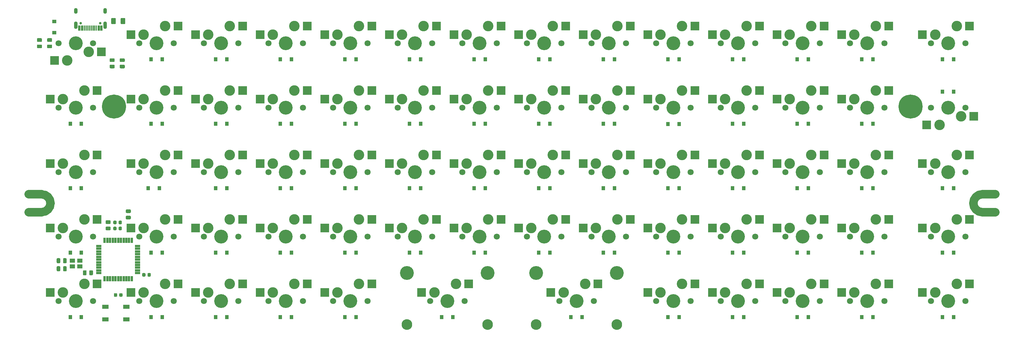
<source format=gbr>
%TF.GenerationSoftware,KiCad,Pcbnew,(5.1.6)-1*%
%TF.CreationDate,2020-08-12T01:23:20+02:00*%
%TF.ProjectId,boardswap,626f6172-6473-4776-9170-2e6b69636164,rev?*%
%TF.SameCoordinates,Original*%
%TF.FileFunction,Soldermask,Bot*%
%TF.FilePolarity,Negative*%
%FSLAX46Y46*%
G04 Gerber Fmt 4.6, Leading zero omitted, Abs format (unit mm)*
G04 Created by KiCad (PCBNEW (5.1.6)-1) date 2020-08-12 01:23:20*
%MOMM*%
%LPD*%
G01*
G04 APERTURE LIST*
%ADD10C,2.501900*%
%ADD11R,2.650000X2.600000*%
%ADD12C,1.801800*%
%ADD13C,4.087800*%
%ADD14C,3.100000*%
%ADD15C,1.100000*%
%ADD16C,7.100240*%
%ADD17C,7.101300*%
%ADD18R,1.600000X0.650000*%
%ADD19R,0.650000X1.600000*%
%ADD20C,3.148000*%
%ADD21R,1.500000X1.300000*%
%ADD22R,1.900000X1.200000*%
%ADD23R,0.700000X1.550000*%
%ADD24R,0.400000X1.550000*%
%ADD25O,1.100000X2.200000*%
%ADD26C,0.750000*%
%ADD27O,1.100000X1.700000*%
%ADD28R,1.000000X1.300000*%
%ADD29R,1.300000X1.000000*%
G04 APERTURE END LIST*
D10*
%TO.C,REF\u002A\u002A*%
X-18675000Y164361550D02*
X-14875000Y164361550D01*
X-18675000Y169663450D02*
X-14875000Y169663450D01*
X262525000Y164361550D02*
X266375000Y164361550D01*
X262525000Y169663450D02*
X266325000Y169663450D01*
X-14875000Y164361550D02*
G75*
G03*
X-12224050Y167012500I0J2650950D01*
G01*
X-12224050Y167012500D02*
G75*
G03*
X-14875000Y169663450I-2650950J0D01*
G01*
X262525000Y164361550D02*
G75*
G02*
X259874050Y167012500I0J2650950D01*
G01*
X259874050Y167012500D02*
G75*
G02*
X262525000Y169663450I2650950J0D01*
G01*
%TD*%
D11*
%TO.C,MX15*%
X-12322500Y197802500D03*
D12*
X-9842500Y195262500D03*
X317500Y195262500D03*
D13*
X-4762500Y195262500D03*
D14*
X-8572500Y197802500D03*
X-2222500Y200342500D03*
D11*
X1527500Y200342500D03*
%TD*%
D15*
%TO.C,REF\u002A\u002A*%
X260686522Y165174022D03*
X262525000Y164412500D03*
X264567035Y164412500D03*
X264567035Y169612500D03*
X262525000Y169612500D03*
X260686522Y168850978D03*
X259925000Y167012500D03*
X-16917035Y164412500D03*
X-16917035Y169612500D03*
X-13036522Y165174022D03*
X-13036522Y168850978D03*
X-14875000Y164412500D03*
X-14875000Y169612500D03*
X-12275000Y167012500D03*
X242575000Y197929500D03*
X240175000Y197912500D03*
X240175000Y193312500D03*
X242575000Y193312500D03*
X241375000Y193312500D03*
X241375000Y197912500D03*
X8151346Y193986154D03*
X4898654Y193986154D03*
X8151346Y197238846D03*
X4898654Y197238846D03*
X6525000Y193312500D03*
X8825000Y195612500D03*
X4225000Y195612500D03*
X6525000Y197912500D03*
D16*
X241375000Y195612500D03*
D17*
X6525000Y195612500D03*
%TD*%
D18*
%TO.C,U1*%
X13439095Y146361545D03*
X13439095Y147161545D03*
X13439095Y147961545D03*
X13439095Y148761545D03*
X13439095Y149561545D03*
X13439095Y150361545D03*
X13439095Y151161545D03*
X13439095Y151961545D03*
X13439095Y152761545D03*
X13439095Y153561545D03*
X13439095Y154361545D03*
D19*
X11739095Y156061545D03*
X10939095Y156061545D03*
X10139095Y156061545D03*
X9339095Y156061545D03*
X8539095Y156061545D03*
X7739095Y156061545D03*
X6939095Y156061545D03*
X6139095Y156061545D03*
X5339095Y156061545D03*
X4539095Y156061545D03*
X3739095Y156061545D03*
D18*
X2039095Y154361545D03*
X2039095Y153561545D03*
X2039095Y152761545D03*
X2039095Y151961545D03*
X2039095Y151161545D03*
X2039095Y150361545D03*
X2039095Y149561545D03*
X2039095Y148761545D03*
X2039095Y147961545D03*
X2039095Y147161545D03*
X2039095Y146361545D03*
D19*
X3739095Y144661545D03*
X4539095Y144661545D03*
X5339095Y144661545D03*
X6139095Y144661545D03*
X6939095Y144661545D03*
X7739095Y144661545D03*
X8539095Y144661545D03*
X9339095Y144661545D03*
X10139095Y144661545D03*
X10939095Y144661545D03*
X11739095Y144661545D03*
%TD*%
%TO.C,C7*%
G36*
G01*
X14798505Y145570925D02*
X14798505Y146133425D01*
G75*
G02*
X15042255Y146377175I243750J0D01*
G01*
X15529755Y146377175D01*
G75*
G02*
X15773505Y146133425I0J-243750D01*
G01*
X15773505Y145570925D01*
G75*
G02*
X15529755Y145327175I-243750J0D01*
G01*
X15042255Y145327175D01*
G75*
G02*
X14798505Y145570925I0J243750D01*
G01*
G37*
G36*
G01*
X16373505Y145570925D02*
X16373505Y146133425D01*
G75*
G02*
X16617255Y146377175I243750J0D01*
G01*
X17104755Y146377175D01*
G75*
G02*
X17348505Y146133425I0J-243750D01*
G01*
X17348505Y145570925D01*
G75*
G02*
X17104755Y145327175I-243750J0D01*
G01*
X16617255Y145327175D01*
G75*
G02*
X16373505Y145570925I0J243750D01*
G01*
G37*
%TD*%
%TO.C,C6*%
G36*
G01*
X6464095Y139617775D02*
X6464095Y140180275D01*
G75*
G02*
X6707845Y140424025I243750J0D01*
G01*
X7195345Y140424025D01*
G75*
G02*
X7439095Y140180275I0J-243750D01*
G01*
X7439095Y139617775D01*
G75*
G02*
X7195345Y139374025I-243750J0D01*
G01*
X6707845Y139374025D01*
G75*
G02*
X6464095Y139617775I0J243750D01*
G01*
G37*
G36*
G01*
X8039095Y139617775D02*
X8039095Y140180275D01*
G75*
G02*
X8282845Y140424025I243750J0D01*
G01*
X8770345Y140424025D01*
G75*
G02*
X9014095Y140180275I0J-243750D01*
G01*
X9014095Y139617775D01*
G75*
G02*
X8770345Y139374025I-243750J0D01*
G01*
X8282845Y139374025D01*
G75*
G02*
X8039095Y139617775I0J243750D01*
G01*
G37*
%TD*%
%TO.C,C5*%
G36*
G01*
X7246910Y161611615D02*
X7246910Y161049115D01*
G75*
G02*
X7003160Y160805365I-243750J0D01*
G01*
X6515660Y160805365D01*
G75*
G02*
X6271910Y161049115I0J243750D01*
G01*
X6271910Y161611615D01*
G75*
G02*
X6515660Y161855365I243750J0D01*
G01*
X7003160Y161855365D01*
G75*
G02*
X7246910Y161611615I0J-243750D01*
G01*
G37*
G36*
G01*
X8821910Y161611615D02*
X8821910Y161049115D01*
G75*
G02*
X8578160Y160805365I-243750J0D01*
G01*
X8090660Y160805365D01*
G75*
G02*
X7846910Y161049115I0J243750D01*
G01*
X7846910Y161611615D01*
G75*
G02*
X8090660Y161855365I243750J0D01*
G01*
X8578160Y161855365D01*
G75*
G02*
X8821910Y161611615I0J-243750D01*
G01*
G37*
%TD*%
%TO.C,C4*%
G36*
G01*
X8821910Y159825670D02*
X8821910Y159263170D01*
G75*
G02*
X8578160Y159019420I-243750J0D01*
G01*
X8090660Y159019420D01*
G75*
G02*
X7846910Y159263170I0J243750D01*
G01*
X7846910Y159825670D01*
G75*
G02*
X8090660Y160069420I243750J0D01*
G01*
X8578160Y160069420D01*
G75*
G02*
X8821910Y159825670I0J-243750D01*
G01*
G37*
G36*
G01*
X7246910Y159825670D02*
X7246910Y159263170D01*
G75*
G02*
X7003160Y159019420I-243750J0D01*
G01*
X6515660Y159019420D01*
G75*
G02*
X6271910Y159263170I0J243750D01*
G01*
X6271910Y159825670D01*
G75*
G02*
X6515660Y160069420I243750J0D01*
G01*
X7003160Y160069420D01*
G75*
G02*
X7246910Y159825670I0J-243750D01*
G01*
G37*
%TD*%
D11*
%TO.C,MX68*%
X244852500Y140652500D03*
D12*
X247332500Y138112500D03*
X257492500Y138112500D03*
D13*
X252412500Y138112500D03*
D14*
X248602500Y140652500D03*
X254952500Y143192500D03*
D11*
X258702500Y143192500D03*
%TD*%
D20*
%TO.C,REF\u002A\u002A*%
X154775000Y131127500D03*
X130975000Y131127500D03*
D13*
X154775000Y146367500D03*
X130975000Y146367500D03*
%TD*%
D20*
%TO.C,REF\u002A\u002A*%
X116675000Y131127500D03*
X92875000Y131127500D03*
D13*
X116675000Y146367500D03*
X92875000Y146367500D03*
%TD*%
D21*
%TO.C,Y1*%
X-3571890Y148319380D03*
X-5771890Y148319380D03*
X-5771890Y150019380D03*
X-3571890Y150019380D03*
%TD*%
D22*
%TO.C,SW1*%
X3920355Y132691190D03*
X10120355Y132691190D03*
X3920355Y136391190D03*
X10120355Y136391190D03*
%TD*%
%TO.C,R6*%
G36*
G01*
X-14996940Y214713400D02*
X-15959440Y214713400D01*
G75*
G02*
X-16228190Y214982150I0J268750D01*
G01*
X-16228190Y215519650D01*
G75*
G02*
X-15959440Y215788400I268750J0D01*
G01*
X-14996940Y215788400D01*
G75*
G02*
X-14728190Y215519650I0J-268750D01*
G01*
X-14728190Y214982150D01*
G75*
G02*
X-14996940Y214713400I-268750J0D01*
G01*
G37*
G36*
G01*
X-14996940Y212838400D02*
X-15959440Y212838400D01*
G75*
G02*
X-16228190Y213107150I0J268750D01*
G01*
X-16228190Y213644650D01*
G75*
G02*
X-15959440Y213913400I268750J0D01*
G01*
X-14996940Y213913400D01*
G75*
G02*
X-14728190Y213644650I0J-268750D01*
G01*
X-14728190Y213107150D01*
G75*
G02*
X-14996940Y212838400I-268750J0D01*
G01*
G37*
%TD*%
%TO.C,R5*%
G36*
G01*
X-12020365Y214713400D02*
X-12982865Y214713400D01*
G75*
G02*
X-13251615Y214982150I0J268750D01*
G01*
X-13251615Y215519650D01*
G75*
G02*
X-12982865Y215788400I268750J0D01*
G01*
X-12020365Y215788400D01*
G75*
G02*
X-11751615Y215519650I0J-268750D01*
G01*
X-11751615Y214982150D01*
G75*
G02*
X-12020365Y214713400I-268750J0D01*
G01*
G37*
G36*
G01*
X-12020365Y212838400D02*
X-12982865Y212838400D01*
G75*
G02*
X-13251615Y213107150I0J268750D01*
G01*
X-13251615Y213644650D01*
G75*
G02*
X-12982865Y213913400I268750J0D01*
G01*
X-12020365Y213913400D01*
G75*
G02*
X-11751615Y213644650I0J-268750D01*
G01*
X-11751615Y213107150D01*
G75*
G02*
X-12020365Y212838400I-268750J0D01*
G01*
G37*
%TD*%
%TO.C,R4*%
G36*
G01*
X10234420Y163311625D02*
X11196920Y163311625D01*
G75*
G02*
X11465670Y163042875I0J-268750D01*
G01*
X11465670Y162505375D01*
G75*
G02*
X11196920Y162236625I-268750J0D01*
G01*
X10234420Y162236625D01*
G75*
G02*
X9965670Y162505375I0J268750D01*
G01*
X9965670Y163042875D01*
G75*
G02*
X10234420Y163311625I268750J0D01*
G01*
G37*
G36*
G01*
X10234420Y165186625D02*
X11196920Y165186625D01*
G75*
G02*
X11465670Y164917875I0J-268750D01*
G01*
X11465670Y164380375D01*
G75*
G02*
X11196920Y164111625I-268750J0D01*
G01*
X10234420Y164111625D01*
G75*
G02*
X9965670Y164380375I0J268750D01*
G01*
X9965670Y164917875D01*
G75*
G02*
X10234420Y165186625I268750J0D01*
G01*
G37*
%TD*%
%TO.C,R3*%
G36*
G01*
X9410975Y208760250D02*
X8448475Y208760250D01*
G75*
G02*
X8179725Y209029000I0J268750D01*
G01*
X8179725Y209566500D01*
G75*
G02*
X8448475Y209835250I268750J0D01*
G01*
X9410975Y209835250D01*
G75*
G02*
X9679725Y209566500I0J-268750D01*
G01*
X9679725Y209029000D01*
G75*
G02*
X9410975Y208760250I-268750J0D01*
G01*
G37*
G36*
G01*
X9410975Y206885250D02*
X8448475Y206885250D01*
G75*
G02*
X8179725Y207154000I0J268750D01*
G01*
X8179725Y207691500D01*
G75*
G02*
X8448475Y207960250I268750J0D01*
G01*
X9410975Y207960250D01*
G75*
G02*
X9679725Y207691500I0J-268750D01*
G01*
X9679725Y207154000D01*
G75*
G02*
X9410975Y206885250I-268750J0D01*
G01*
G37*
%TD*%
%TO.C,R2*%
G36*
G01*
X6434400Y208760250D02*
X5471900Y208760250D01*
G75*
G02*
X5203150Y209029000I0J268750D01*
G01*
X5203150Y209566500D01*
G75*
G02*
X5471900Y209835250I268750J0D01*
G01*
X6434400Y209835250D01*
G75*
G02*
X6703150Y209566500I0J-268750D01*
G01*
X6703150Y209029000D01*
G75*
G02*
X6434400Y208760250I-268750J0D01*
G01*
G37*
G36*
G01*
X6434400Y206885250D02*
X5471900Y206885250D01*
G75*
G02*
X5203150Y207154000I0J268750D01*
G01*
X5203150Y207691500D01*
G75*
G02*
X5471900Y207960250I268750J0D01*
G01*
X6434400Y207960250D01*
G75*
G02*
X6703150Y207691500I0J-268750D01*
G01*
X6703150Y207154000D01*
G75*
G02*
X6434400Y206885250I-268750J0D01*
G01*
G37*
%TD*%
%TO.C,R1*%
G36*
G01*
X-1590630Y146928740D02*
X-1590630Y145966240D01*
G75*
G02*
X-1859380Y145697490I-268750J0D01*
G01*
X-2396880Y145697490D01*
G75*
G02*
X-2665630Y145966240I0J268750D01*
G01*
X-2665630Y146928740D01*
G75*
G02*
X-2396880Y147197490I268750J0D01*
G01*
X-1859380Y147197490D01*
G75*
G02*
X-1590630Y146928740I0J-268750D01*
G01*
G37*
G36*
G01*
X284370Y146928740D02*
X284370Y145966240D01*
G75*
G02*
X15620Y145697490I-268750J0D01*
G01*
X-521880Y145697490D01*
G75*
G02*
X-790630Y145966240I0J268750D01*
G01*
X-790630Y146928740D01*
G75*
G02*
X-521880Y147197490I268750J0D01*
G01*
X15620Y147197490D01*
G75*
G02*
X284370Y146928740I0J-268750D01*
G01*
G37*
%TD*%
D11*
%TO.C,MX67*%
X221040000Y140652500D03*
D12*
X223520000Y138112500D03*
X233680000Y138112500D03*
D13*
X228600000Y138112500D03*
D14*
X224790000Y140652500D03*
X231140000Y143192500D03*
D11*
X234890000Y143192500D03*
%TD*%
%TO.C,MX66*%
X201990000Y140652500D03*
D12*
X204470000Y138112500D03*
X214630000Y138112500D03*
D13*
X209550000Y138112500D03*
D14*
X205740000Y140652500D03*
X212090000Y143192500D03*
D11*
X215840000Y143192500D03*
%TD*%
%TO.C,MX65*%
X182940000Y140652500D03*
D12*
X185420000Y138112500D03*
X195580000Y138112500D03*
D13*
X190500000Y138112500D03*
D14*
X186690000Y140652500D03*
X193040000Y143192500D03*
D11*
X196790000Y143192500D03*
%TD*%
%TO.C,MX64*%
X163890000Y140652500D03*
D12*
X166370000Y138112500D03*
X176530000Y138112500D03*
D13*
X171450000Y138112500D03*
D14*
X167640000Y140652500D03*
X173990000Y143192500D03*
D11*
X177740000Y143192500D03*
%TD*%
%TO.C,MX63*%
X135315000Y140652500D03*
D12*
X137795000Y138112500D03*
X147955000Y138112500D03*
D13*
X142875000Y138112500D03*
D14*
X139065000Y140652500D03*
X145415000Y143192500D03*
D11*
X149165000Y143192500D03*
%TD*%
%TO.C,MX62*%
X97215000Y140652500D03*
D12*
X99695000Y138112500D03*
X109855000Y138112500D03*
D13*
X104775000Y138112500D03*
D14*
X100965000Y140652500D03*
X107315000Y143192500D03*
D11*
X111065000Y143192500D03*
%TD*%
%TO.C,MX61*%
X68640000Y140652500D03*
D12*
X71120000Y138112500D03*
X81280000Y138112500D03*
D13*
X76200000Y138112500D03*
D14*
X72390000Y140652500D03*
X78740000Y143192500D03*
D11*
X82490000Y143192500D03*
%TD*%
%TO.C,MX60*%
X49590000Y140652500D03*
D12*
X52070000Y138112500D03*
X62230000Y138112500D03*
D13*
X57150000Y138112500D03*
D14*
X53340000Y140652500D03*
X59690000Y143192500D03*
D11*
X63440000Y143192500D03*
%TD*%
%TO.C,MX59*%
X30540000Y140652500D03*
D12*
X33020000Y138112500D03*
X43180000Y138112500D03*
D13*
X38100000Y138112500D03*
D14*
X34290000Y140652500D03*
X40640000Y143192500D03*
D11*
X44390000Y143192500D03*
%TD*%
%TO.C,MX58*%
X11490000Y140652500D03*
D12*
X13970000Y138112500D03*
X24130000Y138112500D03*
D13*
X19050000Y138112500D03*
D14*
X15240000Y140652500D03*
X21590000Y143192500D03*
D11*
X25340000Y143192500D03*
%TD*%
%TO.C,MX57*%
X-12322500Y140652500D03*
D12*
X-9842500Y138112500D03*
X317500Y138112500D03*
D13*
X-4762500Y138112500D03*
D14*
X-8572500Y140652500D03*
X-2222500Y143192500D03*
D11*
X1527500Y143192500D03*
%TD*%
%TO.C,MX56*%
X244852500Y159702500D03*
D12*
X247332500Y157162500D03*
X257492500Y157162500D03*
D13*
X252412500Y157162500D03*
D14*
X248602500Y159702500D03*
X254952500Y162242500D03*
D11*
X258702500Y162242500D03*
%TD*%
%TO.C,MX55*%
X221040000Y159702500D03*
D12*
X223520000Y157162500D03*
X233680000Y157162500D03*
D13*
X228600000Y157162500D03*
D14*
X224790000Y159702500D03*
X231140000Y162242500D03*
D11*
X234890000Y162242500D03*
%TD*%
%TO.C,MX54*%
X201990000Y159702500D03*
D12*
X204470000Y157162500D03*
X214630000Y157162500D03*
D13*
X209550000Y157162500D03*
D14*
X205740000Y159702500D03*
X212090000Y162242500D03*
D11*
X215840000Y162242500D03*
%TD*%
%TO.C,MX53*%
X182940000Y159702500D03*
D12*
X185420000Y157162500D03*
X195580000Y157162500D03*
D13*
X190500000Y157162500D03*
D14*
X186690000Y159702500D03*
X193040000Y162242500D03*
D11*
X196790000Y162242500D03*
%TD*%
%TO.C,MX52*%
X163890000Y159702500D03*
D12*
X166370000Y157162500D03*
X176530000Y157162500D03*
D13*
X171450000Y157162500D03*
D14*
X167640000Y159702500D03*
X173990000Y162242500D03*
D11*
X177740000Y162242500D03*
%TD*%
%TO.C,MX51*%
X144840000Y159702500D03*
D12*
X147320000Y157162500D03*
X157480000Y157162500D03*
D13*
X152400000Y157162500D03*
D14*
X148590000Y159702500D03*
X154940000Y162242500D03*
D11*
X158690000Y162242500D03*
%TD*%
%TO.C,MX50*%
X125790000Y159702500D03*
D12*
X128270000Y157162500D03*
X138430000Y157162500D03*
D13*
X133350000Y157162500D03*
D14*
X129540000Y159702500D03*
X135890000Y162242500D03*
D11*
X139640000Y162242500D03*
%TD*%
%TO.C,MX49*%
X106740000Y159702500D03*
D12*
X109220000Y157162500D03*
X119380000Y157162500D03*
D13*
X114300000Y157162500D03*
D14*
X110490000Y159702500D03*
X116840000Y162242500D03*
D11*
X120590000Y162242500D03*
%TD*%
%TO.C,MX48*%
X87690000Y159702500D03*
D12*
X90170000Y157162500D03*
X100330000Y157162500D03*
D13*
X95250000Y157162500D03*
D14*
X91440000Y159702500D03*
X97790000Y162242500D03*
D11*
X101540000Y162242500D03*
%TD*%
%TO.C,MX47*%
X68640000Y159702500D03*
D12*
X71120000Y157162500D03*
X81280000Y157162500D03*
D13*
X76200000Y157162500D03*
D14*
X72390000Y159702500D03*
X78740000Y162242500D03*
D11*
X82490000Y162242500D03*
%TD*%
%TO.C,MX46*%
X49590000Y159702500D03*
D12*
X52070000Y157162500D03*
X62230000Y157162500D03*
D13*
X57150000Y157162500D03*
D14*
X53340000Y159702500D03*
X59690000Y162242500D03*
D11*
X63440000Y162242500D03*
%TD*%
%TO.C,MX45*%
X30540000Y159702500D03*
D12*
X33020000Y157162500D03*
X43180000Y157162500D03*
D13*
X38100000Y157162500D03*
D14*
X34290000Y159702500D03*
X40640000Y162242500D03*
D11*
X44390000Y162242500D03*
%TD*%
%TO.C,MX44*%
X11490000Y159702500D03*
D12*
X13970000Y157162500D03*
X24130000Y157162500D03*
D13*
X19050000Y157162500D03*
D14*
X15240000Y159702500D03*
X21590000Y162242500D03*
D11*
X25340000Y162242500D03*
%TD*%
%TO.C,MX43*%
X-12322500Y159702500D03*
D12*
X-9842500Y157162500D03*
X317500Y157162500D03*
D13*
X-4762500Y157162500D03*
D14*
X-8572500Y159702500D03*
X-2222500Y162242500D03*
D11*
X1527500Y162242500D03*
%TD*%
%TO.C,MX42*%
X244852500Y178752500D03*
D12*
X247332500Y176212500D03*
X257492500Y176212500D03*
D13*
X252412500Y176212500D03*
D14*
X248602500Y178752500D03*
X254952500Y181292500D03*
D11*
X258702500Y181292500D03*
%TD*%
%TO.C,MX41*%
X221040000Y178752500D03*
D12*
X223520000Y176212500D03*
X233680000Y176212500D03*
D13*
X228600000Y176212500D03*
D14*
X224790000Y178752500D03*
X231140000Y181292500D03*
D11*
X234890000Y181292500D03*
%TD*%
%TO.C,MX40*%
X201990000Y178752500D03*
D12*
X204470000Y176212500D03*
X214630000Y176212500D03*
D13*
X209550000Y176212500D03*
D14*
X205740000Y178752500D03*
X212090000Y181292500D03*
D11*
X215840000Y181292500D03*
%TD*%
%TO.C,MX39*%
X182940000Y178752500D03*
D12*
X185420000Y176212500D03*
X195580000Y176212500D03*
D13*
X190500000Y176212500D03*
D14*
X186690000Y178752500D03*
X193040000Y181292500D03*
D11*
X196790000Y181292500D03*
%TD*%
%TO.C,MX38*%
X163890000Y178752500D03*
D12*
X166370000Y176212500D03*
X176530000Y176212500D03*
D13*
X171450000Y176212500D03*
D14*
X167640000Y178752500D03*
X173990000Y181292500D03*
D11*
X177740000Y181292500D03*
%TD*%
%TO.C,MX37*%
X144840000Y178752500D03*
D12*
X147320000Y176212500D03*
X157480000Y176212500D03*
D13*
X152400000Y176212500D03*
D14*
X148590000Y178752500D03*
X154940000Y181292500D03*
D11*
X158690000Y181292500D03*
%TD*%
%TO.C,MX36*%
X125790000Y178752500D03*
D12*
X128270000Y176212500D03*
X138430000Y176212500D03*
D13*
X133350000Y176212500D03*
D14*
X129540000Y178752500D03*
X135890000Y181292500D03*
D11*
X139640000Y181292500D03*
%TD*%
%TO.C,MX35*%
X106740000Y178752500D03*
D12*
X109220000Y176212500D03*
X119380000Y176212500D03*
D13*
X114300000Y176212500D03*
D14*
X110490000Y178752500D03*
X116840000Y181292500D03*
D11*
X120590000Y181292500D03*
%TD*%
%TO.C,MX34*%
X87690000Y178752500D03*
D12*
X90170000Y176212500D03*
X100330000Y176212500D03*
D13*
X95250000Y176212500D03*
D14*
X91440000Y178752500D03*
X97790000Y181292500D03*
D11*
X101540000Y181292500D03*
%TD*%
%TO.C,MX33*%
X68640000Y178752500D03*
D12*
X71120000Y176212500D03*
X81280000Y176212500D03*
D13*
X76200000Y176212500D03*
D14*
X72390000Y178752500D03*
X78740000Y181292500D03*
D11*
X82490000Y181292500D03*
%TD*%
%TO.C,MX32*%
X49590000Y178752500D03*
D12*
X52070000Y176212500D03*
X62230000Y176212500D03*
D13*
X57150000Y176212500D03*
D14*
X53340000Y178752500D03*
X59690000Y181292500D03*
D11*
X63440000Y181292500D03*
%TD*%
%TO.C,MX31*%
X30540000Y178752500D03*
D12*
X33020000Y176212500D03*
X43180000Y176212500D03*
D13*
X38100000Y176212500D03*
D14*
X34290000Y178752500D03*
X40640000Y181292500D03*
D11*
X44390000Y181292500D03*
%TD*%
%TO.C,MX30*%
X11490000Y178752500D03*
D12*
X13970000Y176212500D03*
X24130000Y176212500D03*
D13*
X19050000Y176212500D03*
D14*
X15240000Y178752500D03*
X21590000Y181292500D03*
D11*
X25340000Y181292500D03*
%TD*%
%TO.C,MX29*%
X-12322500Y178752500D03*
D12*
X-9842500Y176212500D03*
X317500Y176212500D03*
D13*
X-4762500Y176212500D03*
D14*
X-8572500Y178752500D03*
X-2222500Y181292500D03*
D11*
X1527500Y181292500D03*
%TD*%
%TO.C,MX28*%
X259972500Y192722500D03*
D12*
X257492500Y195262500D03*
X247332500Y195262500D03*
D13*
X252412500Y195262500D03*
D14*
X256222500Y192722500D03*
X249872500Y190182500D03*
D11*
X246122500Y190182500D03*
%TD*%
%TO.C,MX27*%
X221040000Y197802500D03*
D12*
X223520000Y195262500D03*
X233680000Y195262500D03*
D13*
X228600000Y195262500D03*
D14*
X224790000Y197802500D03*
X231140000Y200342500D03*
D11*
X234890000Y200342500D03*
%TD*%
%TO.C,MX26*%
X201990000Y197802500D03*
D12*
X204470000Y195262500D03*
X214630000Y195262500D03*
D13*
X209550000Y195262500D03*
D14*
X205740000Y197802500D03*
X212090000Y200342500D03*
D11*
X215840000Y200342500D03*
%TD*%
%TO.C,MX25*%
X182940000Y197802500D03*
D12*
X185420000Y195262500D03*
X195580000Y195262500D03*
D13*
X190500000Y195262500D03*
D14*
X186690000Y197802500D03*
X193040000Y200342500D03*
D11*
X196790000Y200342500D03*
%TD*%
%TO.C,MX24*%
X163890000Y197802500D03*
D12*
X166370000Y195262500D03*
X176530000Y195262500D03*
D13*
X171450000Y195262500D03*
D14*
X167640000Y197802500D03*
X173990000Y200342500D03*
D11*
X177740000Y200342500D03*
%TD*%
%TO.C,MX23*%
X144840000Y197802500D03*
D12*
X147320000Y195262500D03*
X157480000Y195262500D03*
D13*
X152400000Y195262500D03*
D14*
X148590000Y197802500D03*
X154940000Y200342500D03*
D11*
X158690000Y200342500D03*
%TD*%
%TO.C,MX22*%
X125790000Y197802500D03*
D12*
X128270000Y195262500D03*
X138430000Y195262500D03*
D13*
X133350000Y195262500D03*
D14*
X129540000Y197802500D03*
X135890000Y200342500D03*
D11*
X139640000Y200342500D03*
%TD*%
%TO.C,MX21*%
X106740000Y197802500D03*
D12*
X109220000Y195262500D03*
X119380000Y195262500D03*
D13*
X114300000Y195262500D03*
D14*
X110490000Y197802500D03*
X116840000Y200342500D03*
D11*
X120590000Y200342500D03*
%TD*%
%TO.C,MX20*%
X87690000Y197802500D03*
D12*
X90170000Y195262500D03*
X100330000Y195262500D03*
D13*
X95250000Y195262500D03*
D14*
X91440000Y197802500D03*
X97790000Y200342500D03*
D11*
X101540000Y200342500D03*
%TD*%
%TO.C,MX19*%
X68640000Y197802500D03*
D12*
X71120000Y195262500D03*
X81280000Y195262500D03*
D13*
X76200000Y195262500D03*
D14*
X72390000Y197802500D03*
X78740000Y200342500D03*
D11*
X82490000Y200342500D03*
%TD*%
%TO.C,MX18*%
X49590000Y197802500D03*
D12*
X52070000Y195262500D03*
X62230000Y195262500D03*
D13*
X57150000Y195262500D03*
D14*
X53340000Y197802500D03*
X59690000Y200342500D03*
D11*
X63440000Y200342500D03*
%TD*%
%TO.C,MX17*%
X30540000Y197802500D03*
D12*
X33020000Y195262500D03*
X43180000Y195262500D03*
D13*
X38100000Y195262500D03*
D14*
X34290000Y197802500D03*
X40640000Y200342500D03*
D11*
X44390000Y200342500D03*
%TD*%
%TO.C,MX16*%
X11490000Y197802500D03*
D12*
X13970000Y195262500D03*
X24130000Y195262500D03*
D13*
X19050000Y195262500D03*
D14*
X15240000Y197802500D03*
X21590000Y200342500D03*
D11*
X25340000Y200342500D03*
%TD*%
%TO.C,MX14*%
X244852500Y216852500D03*
D12*
X247332500Y214312500D03*
X257492500Y214312500D03*
D13*
X252412500Y214312500D03*
D14*
X248602500Y216852500D03*
X254952500Y219392500D03*
D11*
X258702500Y219392500D03*
%TD*%
%TO.C,MX13*%
X221040000Y216852500D03*
D12*
X223520000Y214312500D03*
X233680000Y214312500D03*
D13*
X228600000Y214312500D03*
D14*
X224790000Y216852500D03*
X231140000Y219392500D03*
D11*
X234890000Y219392500D03*
%TD*%
%TO.C,MX12*%
X201990000Y216852500D03*
D12*
X204470000Y214312500D03*
X214630000Y214312500D03*
D13*
X209550000Y214312500D03*
D14*
X205740000Y216852500D03*
X212090000Y219392500D03*
D11*
X215840000Y219392500D03*
%TD*%
%TO.C,MX11*%
X182940000Y216852500D03*
D12*
X185420000Y214312500D03*
X195580000Y214312500D03*
D13*
X190500000Y214312500D03*
D14*
X186690000Y216852500D03*
X193040000Y219392500D03*
D11*
X196790000Y219392500D03*
%TD*%
%TO.C,MX10*%
X163890000Y216852500D03*
D12*
X166370000Y214312500D03*
X176530000Y214312500D03*
D13*
X171450000Y214312500D03*
D14*
X167640000Y216852500D03*
X173990000Y219392500D03*
D11*
X177740000Y219392500D03*
%TD*%
%TO.C,MX9*%
X144840000Y216852500D03*
D12*
X147320000Y214312500D03*
X157480000Y214312500D03*
D13*
X152400000Y214312500D03*
D14*
X148590000Y216852500D03*
X154940000Y219392500D03*
D11*
X158690000Y219392500D03*
%TD*%
%TO.C,MX8*%
X125790000Y216852500D03*
D12*
X128270000Y214312500D03*
X138430000Y214312500D03*
D13*
X133350000Y214312500D03*
D14*
X129540000Y216852500D03*
X135890000Y219392500D03*
D11*
X139640000Y219392500D03*
%TD*%
%TO.C,MX7*%
X106740000Y216852500D03*
D12*
X109220000Y214312500D03*
X119380000Y214312500D03*
D13*
X114300000Y214312500D03*
D14*
X110490000Y216852500D03*
X116840000Y219392500D03*
D11*
X120590000Y219392500D03*
%TD*%
%TO.C,MX6*%
X87690000Y216852500D03*
D12*
X90170000Y214312500D03*
X100330000Y214312500D03*
D13*
X95250000Y214312500D03*
D14*
X91440000Y216852500D03*
X97790000Y219392500D03*
D11*
X101540000Y219392500D03*
%TD*%
%TO.C,MX5*%
X68640000Y216852500D03*
D12*
X71120000Y214312500D03*
X81280000Y214312500D03*
D13*
X76200000Y214312500D03*
D14*
X72390000Y216852500D03*
X78740000Y219392500D03*
D11*
X82490000Y219392500D03*
%TD*%
%TO.C,MX4*%
X49590000Y216852500D03*
D12*
X52070000Y214312500D03*
X62230000Y214312500D03*
D13*
X57150000Y214312500D03*
D14*
X53340000Y216852500D03*
X59690000Y219392500D03*
D11*
X63440000Y219392500D03*
%TD*%
%TO.C,MX3*%
X30540000Y216852500D03*
D12*
X33020000Y214312500D03*
X43180000Y214312500D03*
D13*
X38100000Y214312500D03*
D14*
X34290000Y216852500D03*
X40640000Y219392500D03*
D11*
X44390000Y219392500D03*
%TD*%
%TO.C,MX2*%
X11490000Y216852500D03*
D12*
X13970000Y214312500D03*
X24130000Y214312500D03*
D13*
X19050000Y214312500D03*
D14*
X15240000Y216852500D03*
X21590000Y219392500D03*
D11*
X25340000Y219392500D03*
%TD*%
%TO.C,MX1*%
X2797500Y211772500D03*
D12*
X317500Y214312500D03*
X-9842500Y214312500D03*
D13*
X-4762500Y214312500D03*
D14*
X-952500Y211772500D03*
X-7302500Y209232500D03*
D11*
X-11052500Y209232500D03*
%TD*%
D23*
%TO.C,J1*%
X2780000Y218742500D03*
X1980000Y218742500D03*
X-2920000Y218742500D03*
X-3720000Y218742500D03*
X-3720000Y218742500D03*
X-2920000Y218742500D03*
X1980000Y218742500D03*
X2780000Y218742500D03*
D24*
X-2220000Y218742500D03*
X-1720000Y218742500D03*
X-1220000Y218742500D03*
X-220000Y218742500D03*
X280000Y218742500D03*
X780000Y218742500D03*
X1280000Y218742500D03*
X-720000Y218742500D03*
D25*
X3850000Y219657500D03*
X-4790000Y219657500D03*
D26*
X-3360000Y220187500D03*
D27*
X-4790000Y223837500D03*
D26*
X2420000Y220187500D03*
D27*
X3850000Y223837500D03*
%TD*%
%TO.C,F1*%
G36*
G01*
X7014095Y221516865D02*
X7014095Y220206865D01*
G75*
G02*
X6744095Y219936865I-270000J0D01*
G01*
X5934095Y219936865D01*
G75*
G02*
X5664095Y220206865I0J270000D01*
G01*
X5664095Y221516865D01*
G75*
G02*
X5934095Y221786865I270000J0D01*
G01*
X6744095Y221786865D01*
G75*
G02*
X7014095Y221516865I0J-270000D01*
G01*
G37*
G36*
G01*
X9814095Y221516865D02*
X9814095Y220206865D01*
G75*
G02*
X9544095Y219936865I-270000J0D01*
G01*
X8734095Y219936865D01*
G75*
G02*
X8464095Y220206865I0J270000D01*
G01*
X8464095Y221516865D01*
G75*
G02*
X8734095Y221786865I270000J0D01*
G01*
X9544095Y221786865D01*
G75*
G02*
X9814095Y221516865I0J-270000D01*
G01*
G37*
%TD*%
D28*
%TO.C,D68*%
X250763560Y133350000D03*
X254063560Y133350000D03*
%TD*%
%TO.C,D67*%
X226950960Y133350000D03*
X230250960Y133350000D03*
%TD*%
%TO.C,D66*%
X207900880Y133350560D03*
X211200880Y133350560D03*
%TD*%
%TO.C,D65*%
X188850800Y133350560D03*
X192150800Y133350560D03*
%TD*%
%TO.C,D64*%
X169800720Y133350560D03*
X173100720Y133350560D03*
%TD*%
%TO.C,D63*%
X141225600Y133350560D03*
X144525600Y133350560D03*
%TD*%
%TO.C,D62*%
X103125440Y133350560D03*
X106425440Y133350560D03*
%TD*%
%TO.C,D61*%
X74550320Y133350560D03*
X77850320Y133350560D03*
%TD*%
%TO.C,D60*%
X55500240Y133350560D03*
X58800240Y133350560D03*
%TD*%
%TO.C,D59*%
X36450160Y133350560D03*
X39750160Y133350560D03*
%TD*%
%TO.C,D58*%
X17400080Y133350000D03*
X20700080Y133350000D03*
%TD*%
%TO.C,D57*%
X-6412520Y133350000D03*
X-3112520Y133350000D03*
%TD*%
%TO.C,D56*%
X250763560Y152400640D03*
X254063560Y152400640D03*
%TD*%
%TO.C,D55*%
X226950960Y152400000D03*
X230250960Y152400000D03*
%TD*%
%TO.C,D54*%
X207900880Y152400640D03*
X211200880Y152400640D03*
%TD*%
%TO.C,D53*%
X188850800Y152400000D03*
X192150800Y152400000D03*
%TD*%
%TO.C,D52*%
X169800720Y152400640D03*
X173100720Y152400640D03*
%TD*%
%TO.C,D51*%
X150750640Y152400000D03*
X154050640Y152400000D03*
%TD*%
%TO.C,D50*%
X131700560Y152400000D03*
X135000560Y152400000D03*
%TD*%
%TO.C,D49*%
X112650480Y152400000D03*
X115950480Y152400000D03*
%TD*%
%TO.C,D48*%
X93600400Y152400640D03*
X96900400Y152400640D03*
%TD*%
%TO.C,D47*%
X74550320Y152400640D03*
X77850320Y152400640D03*
%TD*%
%TO.C,D46*%
X55500240Y152400640D03*
X58800240Y152400640D03*
%TD*%
%TO.C,D45*%
X36450160Y152400640D03*
X39750160Y152400640D03*
%TD*%
%TO.C,D44*%
X17400080Y152400000D03*
X20700080Y152400000D03*
%TD*%
%TO.C,D43*%
X-6412520Y152400640D03*
X-3112520Y152400640D03*
%TD*%
%TO.C,D42*%
X250763560Y171450000D03*
X254063560Y171450000D03*
%TD*%
%TO.C,D41*%
X226950960Y171450000D03*
X230250960Y171450000D03*
%TD*%
%TO.C,D40*%
X207900880Y171450000D03*
X211200880Y171450000D03*
%TD*%
%TO.C,D39*%
X188850800Y171450000D03*
X192150800Y171450000D03*
%TD*%
%TO.C,D38*%
X169800720Y171450720D03*
X173100720Y171450720D03*
%TD*%
%TO.C,D37*%
X150750640Y171450000D03*
X154050640Y171450000D03*
%TD*%
%TO.C,D36*%
X131700560Y171450720D03*
X135000560Y171450720D03*
%TD*%
%TO.C,D35*%
X112650480Y171450000D03*
X115950480Y171450000D03*
%TD*%
%TO.C,D34*%
X93600400Y171450720D03*
X96900400Y171450720D03*
%TD*%
%TO.C,D33*%
X74550320Y171450000D03*
X77850320Y171450000D03*
%TD*%
%TO.C,D32*%
X55500240Y171450000D03*
X58800240Y171450000D03*
%TD*%
%TO.C,D31*%
X36450160Y171450720D03*
X39750160Y171450720D03*
%TD*%
%TO.C,D30*%
X19843750Y171450000D03*
X16543750Y171450000D03*
%TD*%
%TO.C,D29*%
X-6412520Y171450000D03*
X-3112520Y171450000D03*
%TD*%
%TO.C,D28*%
X254063560Y200025840D03*
X250763560Y200025840D03*
%TD*%
%TO.C,D27*%
X226950960Y190500000D03*
X230250960Y190500000D03*
%TD*%
%TO.C,D26*%
X207900880Y190500800D03*
X211200880Y190500800D03*
%TD*%
%TO.C,D25*%
X188850800Y190500000D03*
X192150800Y190500000D03*
%TD*%
%TO.C,D24*%
X169800720Y190437500D03*
X173100720Y190437500D03*
%TD*%
%TO.C,D23*%
X150750640Y190500800D03*
X154050640Y190500800D03*
%TD*%
%TO.C,D22*%
X131700560Y190500000D03*
X135000560Y190500000D03*
%TD*%
%TO.C,D21*%
X112650480Y190500000D03*
X115950480Y190500000D03*
%TD*%
%TO.C,D20*%
X93600400Y190500000D03*
X96900400Y190500000D03*
%TD*%
%TO.C,D19*%
X74550320Y190500800D03*
X77850320Y190500800D03*
%TD*%
%TO.C,D18*%
X55500240Y190500000D03*
X58800240Y190500000D03*
%TD*%
%TO.C,D17*%
X36450160Y190500800D03*
X39750160Y190500800D03*
%TD*%
%TO.C,D16*%
X17400080Y190500800D03*
X20700080Y190500800D03*
%TD*%
%TO.C,D15*%
X-6412520Y190500000D03*
X-3112520Y190500000D03*
%TD*%
%TO.C,D14*%
X250763560Y209550880D03*
X254063560Y209550880D03*
%TD*%
%TO.C,D13*%
X226950960Y209550000D03*
X230250960Y209550000D03*
%TD*%
%TO.C,D12*%
X207900880Y209550000D03*
X211200880Y209550000D03*
%TD*%
%TO.C,D11*%
X188850800Y209550000D03*
X192150800Y209550000D03*
%TD*%
%TO.C,D10*%
X169800720Y209550000D03*
X173100720Y209550000D03*
%TD*%
%TO.C,D9*%
X150750640Y209550000D03*
X154050640Y209550000D03*
%TD*%
%TO.C,D8*%
X131700560Y209550000D03*
X135000560Y209550000D03*
%TD*%
%TO.C,D7*%
X112650480Y209550880D03*
X115950480Y209550880D03*
%TD*%
%TO.C,D6*%
X93600400Y209550880D03*
X96900400Y209550880D03*
%TD*%
%TO.C,D5*%
X74550320Y209550880D03*
X77850320Y209550880D03*
%TD*%
%TO.C,D4*%
X55500240Y209550880D03*
X58800240Y209550880D03*
%TD*%
%TO.C,D3*%
X36450160Y209550000D03*
X39750160Y209550000D03*
%TD*%
%TO.C,D2*%
X17400080Y209550880D03*
X20700080Y209550880D03*
%TD*%
D29*
%TO.C,D1*%
X-11112500Y217425000D03*
X-11112500Y220725000D03*
%TD*%
%TO.C,C3*%
G36*
G01*
X5243770Y160881920D02*
X4281270Y160881920D01*
G75*
G02*
X4012520Y161150670I0J268750D01*
G01*
X4012520Y161688170D01*
G75*
G02*
X4281270Y161956920I268750J0D01*
G01*
X5243770Y161956920D01*
G75*
G02*
X5512520Y161688170I0J-268750D01*
G01*
X5512520Y161150670D01*
G75*
G02*
X5243770Y160881920I-268750J0D01*
G01*
G37*
G36*
G01*
X5243770Y159006920D02*
X4281270Y159006920D01*
G75*
G02*
X4012520Y159275670I0J268750D01*
G01*
X4012520Y159813170D01*
G75*
G02*
X4281270Y160081920I268750J0D01*
G01*
X5243770Y160081920D01*
G75*
G02*
X5512520Y159813170I0J-268750D01*
G01*
X5512520Y159275670D01*
G75*
G02*
X5243770Y159006920I-268750J0D01*
G01*
G37*
%TD*%
%TO.C,C2*%
G36*
G01*
X-10404725Y147156870D02*
X-10404725Y148119370D01*
G75*
G02*
X-10135975Y148388120I268750J0D01*
G01*
X-9598475Y148388120D01*
G75*
G02*
X-9329725Y148119370I0J-268750D01*
G01*
X-9329725Y147156870D01*
G75*
G02*
X-9598475Y146888120I-268750J0D01*
G01*
X-10135975Y146888120D01*
G75*
G02*
X-10404725Y147156870I0J268750D01*
G01*
G37*
G36*
G01*
X-8529725Y147156870D02*
X-8529725Y148119370D01*
G75*
G02*
X-8260975Y148388120I268750J0D01*
G01*
X-7723475Y148388120D01*
G75*
G02*
X-7454725Y148119370I0J-268750D01*
G01*
X-7454725Y147156870D01*
G75*
G02*
X-7723475Y146888120I-268750J0D01*
G01*
X-8260975Y146888120D01*
G75*
G02*
X-8529725Y147156870I0J268750D01*
G01*
G37*
%TD*%
%TO.C,C1*%
G36*
G01*
X-7454725Y150500630D02*
X-7454725Y149538130D01*
G75*
G02*
X-7723475Y149269380I-268750J0D01*
G01*
X-8260975Y149269380D01*
G75*
G02*
X-8529725Y149538130I0J268750D01*
G01*
X-8529725Y150500630D01*
G75*
G02*
X-8260975Y150769380I268750J0D01*
G01*
X-7723475Y150769380D01*
G75*
G02*
X-7454725Y150500630I0J-268750D01*
G01*
G37*
G36*
G01*
X-9329725Y150500630D02*
X-9329725Y149538130D01*
G75*
G02*
X-9598475Y149269380I-268750J0D01*
G01*
X-10135975Y149269380D01*
G75*
G02*
X-10404725Y149538130I0J268750D01*
G01*
X-10404725Y150500630D01*
G75*
G02*
X-10135975Y150769380I268750J0D01*
G01*
X-9598475Y150769380D01*
G75*
G02*
X-9329725Y150500630I0J-268750D01*
G01*
G37*
%TD*%
M02*

</source>
